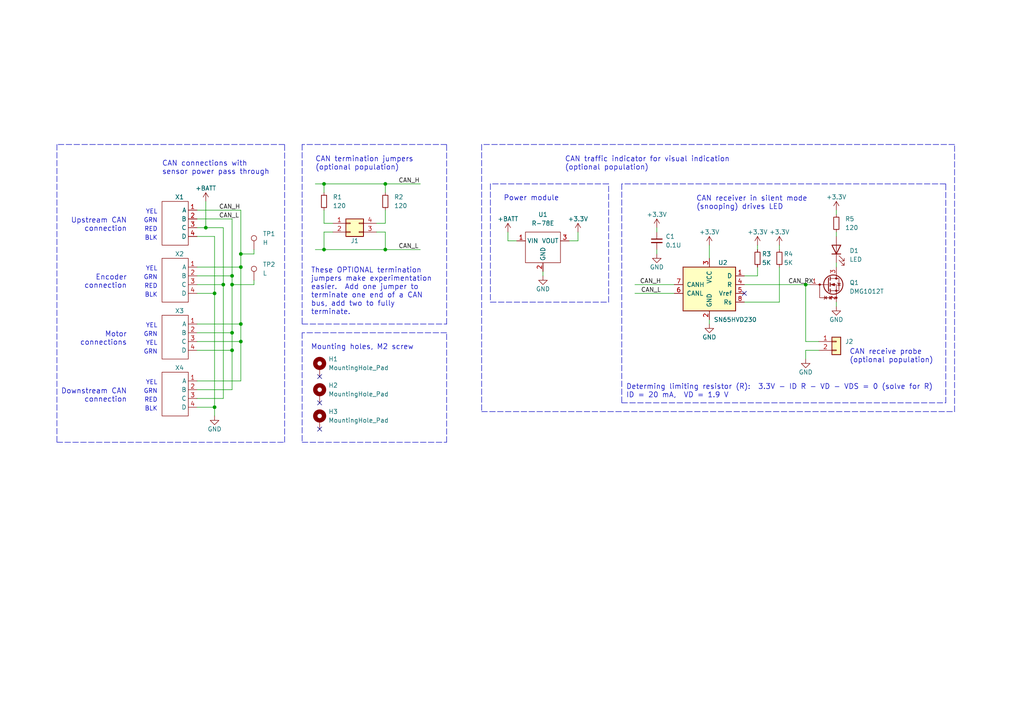
<source format=kicad_sch>
(kicad_sch (version 20211123) (generator eeschema)
  (paper "A4")
  (lib_symbols
    (symbol "Appreciate:R-78E"
      (property "Reference" "U" (at 6.35 0 0))
      (property "Value" "R-78E" (at 5.08 -2.54 0))
      (symbol "R-78E_0_1"
        (rectangle (start -5.08 7.62) (end 5.08 -1.27))
      )
      (symbol "R-78E_1_1"
        (pin power_in line (at -7.62 5.08 0) (length 2.54) (name "VIN") (number "1"))
        (pin power_in line (at 0 -3.81 90) (length 2.54) (name "GND") (number "2"))
        (pin power_out line (at 7.62 5.08 180) (length 2.54) (name "VOUT") (number "3"))
      )
    )
    (symbol "Appreciate:WAGO_250-204"
      (property "Reference" "X" (at -1.27 7.62 0))
      (property "Value" "WAGO_250-204" (at -1.27 -7.62 0))
      (symbol "WAGO_250-204_0_1"
        (rectangle (start -5.08 6.35) (end 2.54 -6.35))
      )
      (symbol "WAGO_250-204_1_1"
        (pin bidirectional line (at 5.08 3.81 180) (length 2.54) (name "A") (number "1"))
        (pin bidirectional line (at 5.08 1.27 180) (length 2.54) (name "B") (number "2"))
        (pin bidirectional line (at 5.08 -1.27 180) (length 2.54) (name "C") (number "3"))
        (pin bidirectional line (at 5.08 -3.81 180) (length 2.54) (name "D") (number "4"))
      )
    )
    (symbol "Connector:TestPoint" (pin_numbers hide) (pin_names (offset 0.762) hide)
      (property "Reference" "TP" (at 0 6.858 0))
      (property "Value" "TestPoint" (at 0 5.08 0))
      (symbol "TestPoint_0_1"
        (circle (center 0 3.302) (radius 0.762))
      )
      (symbol "TestPoint_1_1"
        (pin passive line (at 0 0 90) (length 2.54) (name "1") (number "1"))
      )
    )
    (symbol "Connector_Generic:Conn_01x02" (pin_names (offset 1.016) hide)
      (property "Reference" "J" (at 0 2.54 0))
      (property "Value" "Conn_01x02" (at 0 -5.08 0))
      (symbol "Conn_01x02_1_1"
        (rectangle (start -1.27 -2.413) (end 0 -2.667) (stroke (width 0.1524)))
        (rectangle (start -1.27 0.127) (end 0 -0.127) (stroke (width 0.1524)))
        (rectangle (start -1.27 1.27) (end 1.27 -3.81) (stroke (width 0.254)) (fill (type background)))
        (pin passive line (at -5.08 0 0) (length 3.81) (name "Pin_1") (number "1"))
        (pin passive line (at -5.08 -2.54 0) (length 3.81) (name "Pin_2") (number "2"))
      )
    )
    (symbol "Connector_Generic:Conn_02x02_Counter_Clockwise" (pin_names (offset 1.016) hide)
      (property "Reference" "J" (at 1.27 2.54 0))
      (property "Value" "Conn_02x02_Counter_Clockwise" (at 1.27 -5.08 0))
      (symbol "Conn_02x02_Counter_Clockwise_1_1"
        (rectangle (start -1.27 -2.413) (end 0 -2.667) (stroke (width 0.1524)))
        (rectangle (start -1.27 0.127) (end 0 -0.127) (stroke (width 0.1524)))
        (rectangle (start -1.27 1.27) (end 3.81 -3.81) (stroke (width 0.254)) (fill (type background)))
        (rectangle (start 3.81 -2.413) (end 2.54 -2.667) (stroke (width 0.1524)))
        (rectangle (start 3.81 0.127) (end 2.54 -0.127) (stroke (width 0.1524)))
        (pin passive line (at -5.08 0 0) (length 3.81) (name "Pin_1") (number "1"))
        (pin passive line (at -5.08 -2.54 0) (length 3.81) (name "Pin_2") (number "2"))
        (pin passive line (at 7.62 -2.54 180) (length 3.81) (name "Pin_3") (number "3"))
        (pin passive line (at 7.62 0 180) (length 3.81) (name "Pin_4") (number "4"))
      )
    )
    (symbol "Device:C_Small" (pin_numbers hide) (pin_names (offset 0.254) hide)
      (property "Reference" "C" (at 0.254 1.778 0))
      (property "Value" "C_Small" (at 0.254 -2.032 0))
      (symbol "C_Small_0_1"
        (polyline (pts (xy -1.524 -0.508) (xy 1.524 -0.508)) (stroke (width 0.3302)))
        (polyline (pts (xy -1.524 0.508) (xy 1.524 0.508)) (stroke (width 0.3048)))
      )
      (symbol "C_Small_1_1"
        (pin passive line (at 0 2.54 270) (length 2.032) (name "~") (number "1"))
        (pin passive line (at 0 -2.54 90) (length 2.032) (name "~") (number "2"))
      )
    )
    (symbol "Device:LED" (pin_numbers hide) (pin_names (offset 1.016) hide)
      (property "Reference" "D" (at 0 2.54 0))
      (property "Value" "LED" (at 0 -2.54 0))
      (symbol "LED_0_1"
        (polyline (pts (xy -1.27 -1.27) (xy -1.27 1.27)) (stroke (width 0.254)))
        (polyline (pts (xy -1.27 0) (xy 1.27 0)))
        (polyline (pts (xy 1.27 -1.27) (xy 1.27 1.27) (xy -1.27 0) (xy 1.27 -1.27)) (stroke (width 0.254)))
        (polyline (pts (xy -3.048 -0.762) (xy -4.572 -2.286) (xy -3.81 -2.286) (xy -4.572 -2.286) (xy -4.572 -1.524)))
        (polyline (pts (xy -1.778 -0.762) (xy -3.302 -2.286) (xy -2.54 -2.286) (xy -3.302 -2.286) (xy -3.302 -1.524)))
      )
      (symbol "LED_1_1"
        (pin passive line (at -3.81 0 0) (length 2.54) (name "K") (number "1"))
        (pin passive line (at 3.81 0 180) (length 2.54) (name "A") (number "2"))
      )
    )
    (symbol "Device:R_Small" (pin_numbers hide) (pin_names (offset 0.254) hide)
      (property "Reference" "R" (at 0.762 0.508 0))
      (property "Value" "R_Small" (at 0.762 -1.016 0))
      (symbol "R_Small_0_1"
        (rectangle (start -0.762 1.778) (end 0.762 -1.778) (stroke (width 0.2032)))
      )
      (symbol "R_Small_1_1"
        (pin passive line (at 0 2.54 270) (length 0.762) (name "~") (number "1"))
        (pin passive line (at 0 -2.54 90) (length 0.762) (name "~") (number "2"))
      )
    )
    (symbol "Interface_CAN_LIN:SN65HVD230" (pin_names (offset 1.016))
      (property "Reference" "U" (at -2.54 10.16 0))
      (property "Value" "SN65HVD230" (at -2.54 7.62 0))
      (symbol "SN65HVD230_0_1"
        (rectangle (start -7.62 5.08) (end 7.62 -7.62) (stroke (width 0.254)) (fill (type background)))
      )
      (symbol "SN65HVD230_1_1"
        (pin input line (at -10.16 2.54 0) (length 2.54) (name "D") (number "1"))
        (pin power_in line (at 0 -10.16 90) (length 2.54) (name "GND") (number "2"))
        (pin power_in line (at 0 7.62 270) (length 2.54) (name "VCC") (number "3"))
        (pin output line (at -10.16 0 0) (length 2.54) (name "R") (number "4"))
        (pin output line (at -10.16 -2.54 0) (length 2.54) (name "Vref") (number "5"))
        (pin bidirectional line (at 10.16 -2.54 180) (length 2.54) (name "CANL") (number "6"))
        (pin bidirectional line (at 10.16 0 180) (length 2.54) (name "CANH") (number "7"))
        (pin input line (at -10.16 -5.08 0) (length 2.54) (name "Rs") (number "8"))
      )
    )
    (symbol "Mechanical:MountingHole_Pad" (pin_numbers hide) (pin_names (offset 1.016) hide)
      (property "Reference" "H" (at 0 6.35 0))
      (property "Value" "MountingHole_Pad" (at 0 4.445 0))
      (symbol "MountingHole_Pad_0_1"
        (circle (center 0 1.27) (radius 1.27) (stroke (width 1.27)))
      )
      (symbol "MountingHole_Pad_1_1"
        (pin input line (at 0 -2.54 90) (length 2.54) (name "1") (number "1"))
      )
    )
    (symbol "Transistor_FET:DMG1012T" (pin_names (offset 0) hide)
      (property "Reference" "Q" (at 5.08 1.905 0))
      (property "Value" "DMG1012T" (at 5.08 0 0))
      (symbol "DMG1012T_0_1"
        (polyline (pts (xy 2.54 -3.81) (xy -2.286 -3.81) (xy -2.286 0)))
      )
      (symbol "DMG1012T_1_1"
        (circle (center -2.286 0) (radius 0.254) (fill (type outline)))
        (polyline (pts (xy 0.254 0) (xy -2.54 0)))
        (polyline (pts (xy 0.254 1.905) (xy 0.254 -1.905)) (stroke (width 0.254)))
        (polyline (pts (xy 0.762 -1.27) (xy 0.762 -2.286)) (stroke (width 0.254)))
        (polyline (pts (xy 0.762 0.508) (xy 0.762 -0.508)) (stroke (width 0.254)))
        (polyline (pts (xy 0.762 2.286) (xy 0.762 1.27)) (stroke (width 0.254)))
        (polyline (pts (xy 2.54 2.54) (xy 2.54 1.778)))
        (polyline (pts (xy 2.54 -2.54) (xy 2.54 0) (xy 0.762 0)))
        (polyline (pts (xy -1.016 -4.318) (xy -0.889 -4.191) (xy -0.889 -3.429) (xy -0.762 -3.302)))
        (polyline (pts (xy -0.889 -3.81) (xy -0.254 -4.191) (xy -0.254 -3.429) (xy -0.889 -3.81)))
        (polyline (pts (xy 0.762 -1.778) (xy 3.302 -1.778) (xy 3.302 1.778) (xy 0.762 1.778)))
        (polyline (pts (xy 1.016 0) (xy 2.032 0.381) (xy 2.032 -0.381) (xy 1.016 0)) (fill (type outline)))
        (polyline (pts (xy 1.143 -3.81) (xy 0.508 -3.429) (xy 0.508 -4.191) (xy 1.143 -3.81)))
        (polyline (pts (xy 1.27 -3.302) (xy 1.143 -3.429) (xy 1.143 -4.191) (xy 1.016 -4.318)))
        (polyline (pts (xy 2.794 0.508) (xy 2.921 0.381) (xy 3.683 0.381) (xy 3.81 0.254)))
        (polyline (pts (xy 3.302 0.381) (xy 2.921 -0.254) (xy 3.683 -0.254) (xy 3.302 0.381)))
        (circle (center 1.651 0) (radius 2.794) (stroke (width 0.254)))
        (circle (center 2.54 -3.81) (radius 0.254) (fill (type outline)))
        (circle (center 2.54 -1.778) (radius 0.254) (fill (type outline)))
        (circle (center 2.54 1.778) (radius 0.254) (fill (type outline)))
        (pin input line (at -5.08 0 0) (length 2.54) (name "G") (number "1"))
        (pin passive line (at 2.54 -5.08 90) (length 2.54) (name "S") (number "2"))
        (pin passive line (at 2.54 5.08 270) (length 2.54) (name "D") (number "3"))
      )
    )
    (symbol "power:+3.3V" (power) (pin_names (offset 0))
      (property "Value" "+3.3V" (at 0 3.556 0))
      (symbol "+3.3V_0_1"
        (polyline (pts (xy -0.762 1.27) (xy 0 2.54)))
        (polyline (pts (xy 0 0) (xy 0 2.54)))
        (polyline (pts (xy 0 2.54) (xy 0.762 1.27)))
      )
      (symbol "+3.3V_1_1"
        (pin power_in line (at 0 0 90) (length 0) hide (name "+3.3V") (number "1"))
      )
    )
    (symbol "power:+BATT" (power) (pin_names (offset 0))
      (property "Value" "+BATT" (at 0 3.556 0))
      (symbol "+BATT_0_1"
        (polyline (pts (xy -0.762 1.27) (xy 0 2.54)))
        (polyline (pts (xy 0 0) (xy 0 2.54)))
        (polyline (pts (xy 0 2.54) (xy 0.762 1.27)))
      )
      (symbol "+BATT_1_1"
        (pin power_in line (at 0 0 90) (length 0) hide (name "+BATT") (number "1"))
      )
    )
    (symbol "power:GND" (power) (pin_names (offset 0))
      (property "Value" "GND" (at 0 -3.81 0))
      (symbol "GND_0_1"
        (polyline (pts (xy 0 0) (xy 0 -1.27) (xy 1.27 -1.27) (xy 0 -2.54) (xy -1.27 -1.27) (xy 0 -1.27)))
      )
      (symbol "GND_1_1"
        (pin power_in line (at 0 0 270) (length 0) hide (name "GND") (number "1"))
      )
    )
  )
  (junction (at 111.76 53.34))
  (junction (at 67.31 80.01))
  (junction (at 69.85 99.06))
  (junction (at 67.31 82.55))
  (junction (at 62.23 118.11))
  (junction (at 64.77 82.55))
  (junction (at 69.85 73.66))
  (junction (at 67.31 96.52))
  (junction (at 93.98 72.39))
  (junction (at 67.31 101.6))
  (junction (at 59.69 66.04))
  (junction (at 69.85 77.47))
  (junction (at 233.68 82.55))
  (junction (at 69.85 93.98))
  (junction (at 111.76 72.39))
  (junction (at 93.98 53.34))
  (junction (at 62.23 85.09))
  (no_connect (at 92.71 116.84))
  (no_connect (at 92.71 124.46))
  (no_connect (at 92.71 109.22))
  (no_connect (at 215.9 85.09))
  (wire (pts (xy 111.76 72.39) (xy 121.92 72.39)))
  (wire (pts (xy 64.77 82.55) (xy 64.77 115.57)))
  (wire (pts (xy 57.15 60.96) (xy 69.85 60.96)))
  (wire (pts (xy 242.57 76.2) (xy 242.57 77.47)))
  (wire (pts (xy 57.15 101.6) (xy 67.31 101.6)))
  (wire (pts (xy 237.49 99.06) (xy 233.68 99.06)))
  (polyline (pts (xy 180.34 116.84) (xy 274.32 116.84)))
  (wire (pts (xy 111.76 64.77) (xy 111.76 60.96)))
  (wire (pts (xy 67.31 80.01) (xy 67.31 82.55)))
  (wire (pts (xy 215.9 87.63) (xy 226.06 87.63)))
  (wire (pts (xy 69.85 77.47) (xy 69.85 93.98)))
  (polyline (pts (xy 176.53 87.63) (xy 176.53 53.34)))
  (wire (pts (xy 215.9 82.55) (xy 233.68 82.55)))
  (wire (pts (xy 96.52 64.77) (xy 93.98 64.77)))
  (wire (pts (xy 219.71 71.12) (xy 219.71 72.39)))
  (wire (pts (xy 73.66 72.39) (xy 73.66 73.66)))
  (wire (pts (xy 242.57 87.63) (xy 242.57 88.9)))
  (wire (pts (xy 93.98 72.39) (xy 111.76 72.39)))
  (polyline (pts (xy 142.24 53.34) (xy 142.24 87.63)))
  (wire (pts (xy 62.23 118.11) (xy 62.23 120.65)))
  (wire (pts (xy 57.15 113.03) (xy 67.31 113.03)))
  (wire (pts (xy 73.66 81.28) (xy 73.66 82.55)))
  (polyline (pts (xy 276.86 41.91) (xy 139.7 41.91)))
  (polyline (pts (xy 129.54 93.98) (xy 129.54 41.91)))
  (wire (pts (xy 57.15 93.98) (xy 69.85 93.98)))
  (wire (pts (xy 69.85 99.06) (xy 69.85 110.49)))
  (wire (pts (xy 67.31 96.52) (xy 67.31 101.6)))
  (wire (pts (xy 57.15 80.01) (xy 67.31 80.01)))
  (wire (pts (xy 67.31 82.55) (xy 67.31 96.52)))
  (wire (pts (xy 67.31 63.5) (xy 67.31 80.01)))
  (wire (pts (xy 147.32 69.85) (xy 147.32 67.31)))
  (wire (pts (xy 109.22 64.77) (xy 111.76 64.77)))
  (wire (pts (xy 91.44 72.39) (xy 93.98 72.39)))
  (wire (pts (xy 57.15 118.11) (xy 62.23 118.11)))
  (wire (pts (xy 111.76 53.34) (xy 111.76 55.88)))
  (wire (pts (xy 93.98 53.34) (xy 93.98 55.88)))
  (polyline (pts (xy 129.54 96.52) (xy 87.63 96.52)))
  (wire (pts (xy 57.15 66.04) (xy 59.69 66.04)))
  (polyline (pts (xy 129.54 41.91) (xy 87.63 41.91)))
  (polyline (pts (xy 87.63 93.98) (xy 129.54 93.98)))
  (wire (pts (xy 69.85 73.66) (xy 73.66 73.66)))
  (wire (pts (xy 233.68 101.6) (xy 233.68 104.14)))
  (polyline (pts (xy 87.63 41.91) (xy 87.63 93.98)))
  (wire (pts (xy 57.15 68.58) (xy 62.23 68.58)))
  (wire (pts (xy 64.77 66.04) (xy 64.77 82.55)))
  (wire (pts (xy 93.98 64.77) (xy 93.98 60.96)))
  (polyline (pts (xy 16.51 41.91) (xy 16.51 128.27)))
  (wire (pts (xy 69.85 60.96) (xy 69.85 73.66)))
  (wire (pts (xy 226.06 87.63) (xy 226.06 77.47)))
  (polyline (pts (xy 129.54 128.27) (xy 129.54 96.52)))
  (wire (pts (xy 233.68 101.6) (xy 237.49 101.6)))
  (wire (pts (xy 184.15 85.09) (xy 195.58 85.09)))
  (wire (pts (xy 167.64 69.85) (xy 167.64 67.31)))
  (polyline (pts (xy 139.7 41.91) (xy 139.7 119.38)))
  (wire (pts (xy 93.98 67.31) (xy 93.98 72.39)))
  (wire (pts (xy 190.5 72.39) (xy 190.5 73.66)))
  (wire (pts (xy 57.15 63.5) (xy 67.31 63.5)))
  (wire (pts (xy 57.15 99.06) (xy 69.85 99.06)))
  (polyline (pts (xy 82.55 41.91) (xy 16.51 41.91)))
  (polyline (pts (xy 276.86 119.38) (xy 276.86 41.91)))
  (wire (pts (xy 184.15 82.55) (xy 195.58 82.55)))
  (wire (pts (xy 57.15 85.09) (xy 62.23 85.09)))
  (wire (pts (xy 59.69 66.04) (xy 64.77 66.04)))
  (wire (pts (xy 109.22 67.31) (xy 111.76 67.31)))
  (wire (pts (xy 57.15 77.47) (xy 69.85 77.47)))
  (wire (pts (xy 205.74 71.12) (xy 205.74 74.93)))
  (wire (pts (xy 111.76 53.34) (xy 121.92 53.34)))
  (polyline (pts (xy 87.63 128.27) (xy 129.54 128.27)))
  (polyline (pts (xy 180.34 53.34) (xy 180.34 116.84)))
  (wire (pts (xy 93.98 53.34) (xy 111.76 53.34)))
  (polyline (pts (xy 87.63 96.52) (xy 87.63 128.27)))
  (polyline (pts (xy 139.7 119.38) (xy 276.86 119.38)))
  (polyline (pts (xy 82.55 128.27) (xy 82.55 41.91)))
  (wire (pts (xy 165.1 69.85) (xy 167.64 69.85)))
  (polyline (pts (xy 142.24 87.63) (xy 176.53 87.63)))
  (polyline (pts (xy 274.32 53.34) (xy 180.34 53.34)))
  (wire (pts (xy 96.52 67.31) (xy 93.98 67.31)))
  (wire (pts (xy 219.71 77.47) (xy 219.71 80.01)))
  (polyline (pts (xy 16.51 128.27) (xy 82.55 128.27)))
  (wire (pts (xy 69.85 93.98) (xy 69.85 99.06)))
  (polyline (pts (xy 274.32 116.84) (xy 274.32 53.34)))
  (wire (pts (xy 149.86 69.85) (xy 147.32 69.85)))
  (wire (pts (xy 242.57 67.31) (xy 242.57 68.58)))
  (wire (pts (xy 57.15 96.52) (xy 67.31 96.52)))
  (wire (pts (xy 233.68 82.55) (xy 233.68 99.06)))
  (wire (pts (xy 157.48 78.74) (xy 157.48 80.01)))
  (wire (pts (xy 62.23 68.58) (xy 62.23 85.09)))
  (wire (pts (xy 91.44 53.34) (xy 93.98 53.34)))
  (wire (pts (xy 67.31 101.6) (xy 67.31 113.03)))
  (wire (pts (xy 57.15 115.57) (xy 64.77 115.57)))
  (wire (pts (xy 67.31 82.55) (xy 73.66 82.55)))
  (wire (pts (xy 57.15 110.49) (xy 69.85 110.49)))
  (wire (pts (xy 233.68 82.55) (xy 234.95 82.55)))
  (wire (pts (xy 69.85 73.66) (xy 69.85 77.47)))
  (wire (pts (xy 59.69 58.42) (xy 59.69 66.04)))
  (wire (pts (xy 111.76 67.31) (xy 111.76 72.39)))
  (wire (pts (xy 57.15 82.55) (xy 64.77 82.55)))
  (polyline (pts (xy 176.53 53.34) (xy 142.24 53.34)))
  (wire (pts (xy 219.71 80.01) (xy 215.9 80.01)))
  (wire (pts (xy 226.06 72.39) (xy 226.06 71.12)))
  (wire (pts (xy 242.57 60.96) (xy 242.57 62.23)))
  (wire (pts (xy 205.74 92.71) (xy 205.74 93.98)))
  (wire (pts (xy 62.23 85.09) (xy 62.23 118.11)))
  (wire (pts (xy 190.5 66.04) (xy 190.5 67.31)))
  (text "BLK" (at 45.72 119.38 180) (effects (font (size 1.27 1.27)) (justify right bottom)))
  (text "GRN" (at 45.72 114.3 180) (effects (font (size 1.27 1.27)) (justify right bottom)))
  (text "CAN receive probe\n(optional population)" (at 246.38 105.41 0) (effects (font (size 1.5 1.5)) (justify left bottom)))
  (text "GRN" (at 45.72 102.87 180) (effects (font (size 1.27 1.27)) (justify right bottom)))
  (text "YEL" (at 45.72 95.25 180) (effects (font (size 1.27 1.27)) (justify right bottom)))
  (text "CAN termination jumpers\n(optional population)" (at 91.44 49.53 0) (effects (font (size 1.5 1.5)) (justify left bottom)))
  (text "GRN" (at 45.72 81.28 180) (effects (font (size 1.27 1.27)) (justify right bottom)))
  (text "BLK" (at 45.72 86.36 180) (effects (font (size 1.27 1.27)) (justify right bottom)))
  (text "YEL" (at 45.72 62.23 180) (effects (font (size 1.27 1.27)) (justify right bottom)))
  (text "YEL" (at 45.72 100.33 180) (effects (font (size 1.27 1.27)) (justify right bottom)))
  (text "Encoder\nconnection" (at 36.83 83.82 180) (effects (font (size 1.5 1.5)) (justify right bottom)))
  (text "CAN receiver in silent mode \n(snooping) drives LED" (at 201.93 60.96 0) (effects (font (size 1.5 1.5)) (justify left bottom)))
  (text "Determing limiting resistor (R):  3.3V - ID R - VD - VDS = 0 (solve for R)\nID = 20 mA,  VD = 1.9 V" (at 181.61 115.57 0) (effects (font (size 1.5 1.5)) (justify left bottom)))
  (text "YEL" (at 45.72 111.76 180) (effects (font (size 1.27 1.27)) (justify right bottom)))
  (text "BLK" (at 45.72 69.85 180) (effects (font (size 1.27 1.27)) (justify right bottom)))
  (text "GRN" (at 45.72 64.77 180) (effects (font (size 1.27 1.27)) (justify right bottom)))
  (text "RED" (at 45.72 116.84 180) (effects (font (size 1.27 1.27)) (justify right bottom)))
  (text "Upstream CAN\nconnection" (at 36.83 67.31 180) (effects (font (size 1.5 1.5)) (justify right bottom)))
  (text "CAN traffic indicator for visual indication\n(optional population)" (at 163.83 49.53 0) (effects (font (size 1.5 1.5)) (justify left bottom)))
  (text "Mounting holes, M2 screw" (at 90.17 101.6 0) (effects (font (size 1.5 1.5)) (justify left bottom)))
  (text "These OPTIONAL termination\njumpers make experimentation\neasier.  Add one jumper to\nterminate one end of a CAN\nbus, add two to fully\nterminate." (at 90.17 91.44 0) (effects (font (size 1.5 1.5)) (justify left bottom)))
  (text "CAN connections with\nsensor power pass through" (at 46.99 50.8 0) (effects (font (size 1.5 1.5)) (justify left bottom)))
  (text "Power module" (at 146.05 58.42 0) (effects (font (size 1.5 1.5)) (justify left bottom)))
  (text "GRN" (at 45.72 97.79 180) (effects (font (size 1.27 1.27)) (justify right bottom)))
  (text "RED" (at 45.72 83.82 180) (effects (font (size 1.27 1.27)) (justify right bottom)))
  (text "RED" (at 45.72 67.31 180) (effects (font (size 1.27 1.27)) (justify right bottom)))
  (text "YEL" (at 45.72 78.74 180) (effects (font (size 1.27 1.27)) (justify right bottom)))
  (text "Motor\nconnections" (at 36.83 100.33 180) (effects (font (size 1.5 1.5)) (justify right bottom)))
  (text "Downstream CAN\nconnection" (at 36.83 116.84 180) (effects (font (size 1.5 1.5)) (justify right bottom)))
  (label "CAN_H" (at 115.57 53.34 0))
  (label "CAN_L" (at 115.57 72.39 0))
  (label "CAN_RX" (at 228.6 82.55 0))
  (label "CAN_L" (at 191.77 85.09 180))
  (label "CAN_L" (at 63.5 63.5 0))
  (label "CAN_H" (at 63.5 60.96 0))
  (label "CAN_H" (at 191.77 82.55 180))
  (symbol (lib_id "Appreciate:R-78E") (at 157.48 74.93 0) (unit 1)
    (property "Reference" "U1" (at 157.48 62.23 0))
    (property "Value" "R-78E" (at 157.48 64.77 0))
    (property "Footprint" "Appreciate:R-78E" (effects hide))
  )
  (symbol (lib_id "Device:R_Small") (at 219.71 74.93 0) (unit 1)
    (property "Reference" "R3" (at 220.98 73.66 0) (effects (justify left)))
    (property "Value" "5K" (at 220.98 76.2 0) (effects (justify left)))
    (property "Footprint" "Resistor_SMD:R_0805_2012Metric" (effects hide))
  )
  (symbol (lib_id "Mechanical:MountingHole_Pad") (at 92.71 121.92 0) (unit 1)
    (property "Reference" "H3" (at 95.25 119.3799 0) (effects (justify left)))
    (property "Value" "MountingHole_Pad" (at 95.25 121.9199 0) (effects (justify left)))
    (property "Footprint" "MountingHole:MountingHole_2.2mm_M2_Pad" (effects hide))
  )
  (symbol (lib_id "power:+3.3V") (at 205.74 71.12 0) (unit 1)
    (property "Reference" "#PWR0110" (effects hide))
    (property "Value" "+3.3V" (at 205.74 67.31 0))
  )
  (symbol (lib_id "Appreciate:WAGO_250-204") (at 52.07 81.28 0) (unit 1)
    (property "Reference" "X2" (at 52.07 73.66 0))
    (property "Value" "WAGO_250-204" (effects hide))
    (property "Footprint" "Appreciate:WAGO 250-204" (effects hide))
  )
  (symbol (lib_id "Appreciate:WAGO_250-204") (at 52.07 114.3 0) (unit 1)
    (property "Reference" "X4" (at 52.07 106.68 0))
    (property "Value" "WAGO_250-204" (effects hide))
    (property "Footprint" "Appreciate:WAGO 250-204" (effects hide))
  )
  (symbol (lib_id "power:GND") (at 157.48 80.01 0) (unit 1)
    (property "Reference" "#PWR0103" (effects hide))
    (property "Value" "GND" (at 157.48 83.82 0))
  )
  (symbol (lib_id "power:GND") (at 190.5 73.66 0) (unit 1)
    (property "Reference" "#PWR02" (effects hide))
    (property "Value" "GND" (at 190.5 77.47 0))
  )
  (symbol (lib_id "Connector:TestPoint") (at 73.66 81.28 0) (unit 1)
    (property "Reference" "TP2" (at 76.2 76.7079 0) (effects (justify left)))
    (property "Value" "L" (at 76.2 79.2479 0) (effects (justify left)))
    (property "Footprint" "TestPoint:TestPoint_Pad_D1.5mm" (effects hide))
  )
  (symbol (lib_id "Mechanical:MountingHole_Pad") (at 92.71 106.68 0) (unit 1)
    (property "Reference" "H1" (at 95.25 104.1399 0) (effects (justify left)))
    (property "Value" "MountingHole_Pad" (at 95.25 106.6799 0) (effects (justify left)))
    (property "Footprint" "MountingHole:MountingHole_2.2mm_M2_Pad" (effects hide))
  )
  (symbol (lib_id "Device:LED") (at 242.57 72.39 90) (unit 1)
    (property "Reference" "D1" (at 246.38 72.7074 90) (effects (justify right)))
    (property "Value" "LED" (at 246.38 75.2474 90) (effects (justify right)))
    (property "Footprint" "LED_SMD:LED_1206_3216Metric" (effects hide))
  )
  (symbol (lib_id "power:GND") (at 62.23 120.65 0) (unit 1)
    (property "Reference" "#PWR0102" (effects hide))
    (property "Value" "GND" (at 62.23 124.46 0))
  )
  (symbol (lib_id "Device:R_Small") (at 226.06 74.93 0) (unit 1)
    (property "Reference" "R4" (at 227.33 73.66 0) (effects (justify left)))
    (property "Value" "5K" (at 227.33 76.2 0) (effects (justify left)))
    (property "Footprint" "Resistor_SMD:R_0805_2012Metric" (effects hide))
  )
  (symbol (lib_id "Connector_Generic:Conn_02x02_Counter_Clockwise") (at 101.6 64.77 0) (unit 1)
    (property "Reference" "J1" (at 102.87 69.85 0))
    (property "Value" "Conn_02x02_Counter_Clockwise" (effects hide))
    (property "Footprint" "Connector_PinHeader_2.54mm:PinHeader_2x02_P2.54mm_Vertical" (effects hide))
  )
  (symbol (lib_id "power:+3.3V") (at 242.57 60.96 0) (unit 1)
    (property "Reference" "#PWR0112" (effects hide))
    (property "Value" "+3.3V" (at 242.57 57.15 0))
  )
  (symbol (lib_id "Appreciate:WAGO_250-204") (at 52.07 97.79 0) (unit 1)
    (property "Reference" "X3" (at 52.07 90.17 0))
    (property "Value" "WAGO_250-204" (effects hide))
    (property "Footprint" "Appreciate:WAGO 250-204" (effects hide))
  )
  (symbol (lib_id "power:+3.3V") (at 219.71 71.12 0) (unit 1)
    (property "Reference" "#PWR0108" (effects hide))
    (property "Value" "+3.3V" (at 219.71 67.31 0))
  )
  (symbol (lib_id "Appreciate:WAGO_250-204") (at 52.07 64.77 0) (unit 1)
    (property "Reference" "X1" (at 52.07 57.15 0))
    (property "Value" "WAGO_250-204" (effects hide))
    (property "Footprint" "Appreciate:WAGO 250-204" (effects hide))
  )
  (symbol (lib_id "power:+3.3V") (at 226.06 71.12 0) (unit 1)
    (property "Reference" "#PWR0107" (effects hide))
    (property "Value" "+3.3V" (at 226.06 67.31 0))
  )
  (symbol (lib_id "power:GND") (at 242.57 88.9 0) (unit 1)
    (property "Reference" "#PWR0106" (effects hide))
    (property "Value" "GND" (at 242.57 92.71 0))
  )
  (symbol (lib_id "Interface_CAN_LIN:SN65HVD230") (at 205.74 82.55 0) (mirror y) (unit 1)
    (property "Reference" "U2" (at 208.28 76.2 0) (effects (justify right)))
    (property "Value" "SN65HVD230" (at 207.01 92.71 0) (effects (justify right)))
    (property "Footprint" "Package_SO:SOIC-8_3.9x4.9mm_P1.27mm" (effects hide))
    (property "Datasheet" "http://www.ti.com/lit/ds/symlink/sn65hvd230.pdf" (effects hide))
  )
  (symbol (lib_id "Device:R_Small") (at 242.57 64.77 0) (unit 1)
    (property "Reference" "R5" (at 245.11 63.4999 0) (effects (justify left)))
    (property "Value" "120" (at 245.11 66.0399 0) (effects (justify left)))
    (property "Footprint" "Resistor_SMD:R_0805_2012Metric" (effects hide))
  )
  (symbol (lib_id "Device:C_Small") (at 190.5 69.85 0) (unit 1)
    (property "Reference" "C1" (at 193.04 68.5862 0) (effects (justify left)))
    (property "Value" "0.1U" (at 193.04 71.1262 0) (effects (justify left)))
    (property "Footprint" "Capacitor_SMD:C_0805_2012Metric" (effects hide))
  )
  (symbol (lib_id "power:+3.3V") (at 190.5 66.04 0) (unit 1)
    (property "Reference" "#PWR01" (effects hide))
    (property "Value" "+3.3V" (at 190.5 62.23 0))
  )
  (symbol (lib_id "power:+3.3V") (at 167.64 67.31 0) (unit 1)
    (property "Reference" "#PWR0104" (effects hide))
    (property "Value" "+3.3V" (at 167.64 63.5 0))
  )
  (symbol (lib_id "Device:R_Small") (at 111.76 58.42 0) (unit 1)
    (property "Reference" "R2" (at 114.3 57.1499 0) (effects (justify left)))
    (property "Value" "120" (at 114.3 59.6899 0) (effects (justify left)))
    (property "Footprint" "Resistor_SMD:R_0805_2012Metric" (effects hide))
  )
  (symbol (lib_id "power:+BATT") (at 59.69 58.42 0) (unit 1)
    (property "Reference" "#PWR0101" (effects hide))
    (property "Value" "+BATT" (at 59.69 54.61 0))
  )
  (symbol (lib_id "power:GND") (at 205.74 93.98 0) (unit 1)
    (property "Reference" "#PWR0111" (effects hide))
    (property "Value" "GND" (at 205.74 97.79 0))
  )
  (symbol (lib_id "Connector_Generic:Conn_01x02") (at 242.57 99.06 0) (unit 1)
    (property "Reference" "J2" (at 245.11 99.0599 0) (effects (justify left)))
    (property "Value" "Conn_01x02" (effects hide))
    (property "Footprint" "Connector_PinHeader_2.54mm:PinHeader_1x02_P2.54mm_Vertical" (effects hide))
  )
  (symbol (lib_id "Connector:TestPoint") (at 73.66 72.39 0) (unit 1)
    (property "Reference" "TP1" (at 76.2 67.8179 0) (effects (justify left)))
    (property "Value" "H" (at 76.2 70.3579 0) (effects (justify left)))
    (property "Footprint" "TestPoint:TestPoint_Pad_D1.5mm" (effects hide))
  )
  (symbol (lib_id "Mechanical:MountingHole_Pad") (at 92.71 114.3 0) (unit 1)
    (property "Reference" "H2" (at 95.25 111.7599 0) (effects (justify left)))
    (property "Value" "MountingHole_Pad" (at 95.25 114.2999 0) (effects (justify left)))
    (property "Footprint" "MountingHole:MountingHole_2.2mm_M2_Pad" (effects hide))
  )
  (symbol (lib_id "power:+BATT") (at 147.32 67.31 0) (unit 1)
    (property "Reference" "#PWR0105" (effects hide))
    (property "Value" "+BATT" (at 147.32 63.5 0))
  )
  (symbol (lib_id "Transistor_FET:DMG1012T") (at 240.03 82.55 0) (unit 1)
    (property "Reference" "Q1" (at 246.38 81.9784 0) (effects (justify left)))
    (property "Value" "DMG1012T" (at 246.38 84.5184 0) (effects (justify left)))
    (property "Footprint" "Package_TO_SOT_SMD:SOT-523" (effects hide))
    (property "Datasheet" "https://www.diodes.com/assets/Datasheets/ds31783.pdf" (effects hide))
  )
  (symbol (lib_id "power:GND") (at 233.68 104.14 0) (unit 1)
    (property "Reference" "#PWR0109" (effects hide))
    (property "Value" "GND" (at 233.68 107.95 0))
  )
  (symbol (lib_id "Device:R_Small") (at 93.98 58.42 0) (unit 1)
    (property "Reference" "R1" (at 96.52 57.1499 0) (effects (justify left)))
    (property "Value" "120" (at 96.52 59.6899 0) (effects (justify left)))
    (property "Footprint" "Resistor_SMD:R_0805_2012Metric" (effects hide))
  )
)
</source>
